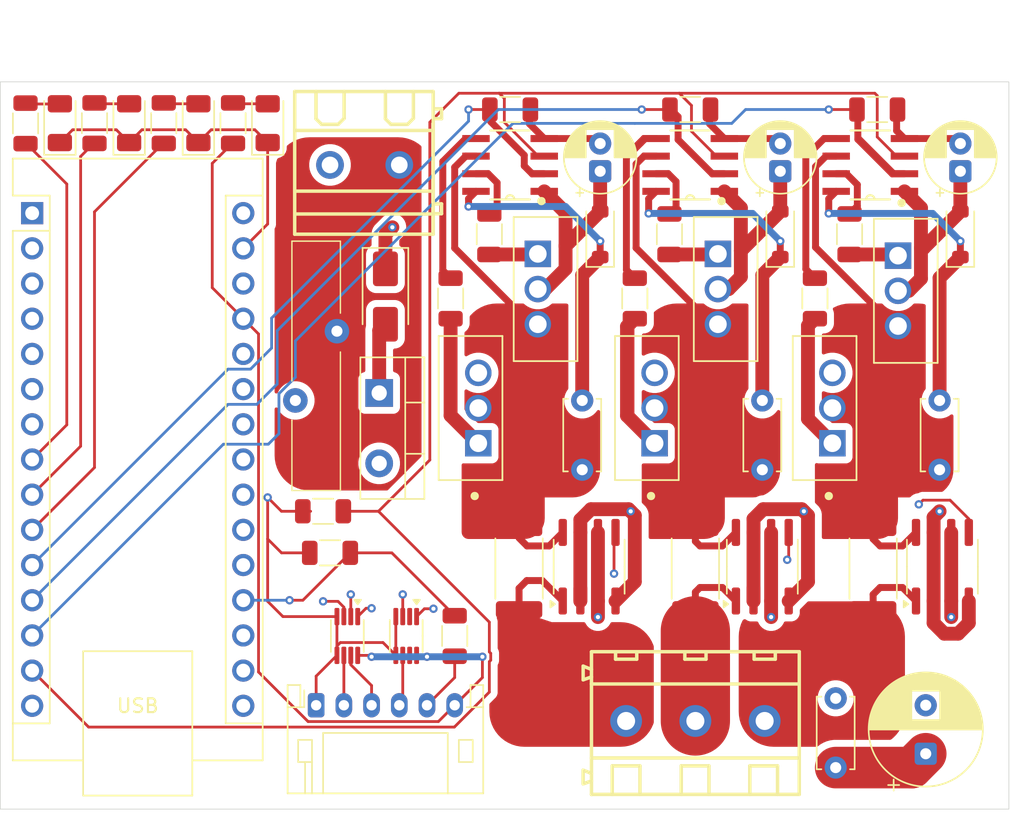
<source format=kicad_pcb>
(kicad_pcb (version 20241229) (generator "pcbnew") (generator_version "9.0")
  (layers (0 "F.Cu" signal) (4 "In1.Cu" signal) (6 "In2.Cu" signal) (2 "B.Cu" signal) (13 "F.Paste" user) (15 "B.Paste" user) (5 "F.SilkS" user "F.Silkscreen") (7 "B.SilkS" user "B.Silkscreen") (1 "F.Mask" user) (3 "B.Mask" user) (25 "Edge.Cuts" user))
  (net 0 "")
  (net 1 "GND")
  (net 2 "EncLogicC")
  (net 4 "Status3")
  (net 8 "3.3VDD")
  (net 10 "Net-(A1-A0)")
  (net 11 "PhaseA")
  (net 12 "EncLogicA")
  (net 14 "Enable")
  (net 15 "PVIN")
  (net 17 "CurrentA")
  (net 20 "PhaseC")
  (net 22 "CurrentC")
  (net 23 "CurrentB")
  (net 25 "PhaseB")
  (net 26 "5VDD")
  (net 27 "Status1")
  (net 28 "Status2")
  (net 29 "EncLogicB")
  (net 30 "Net-(C1-Pad1)")
  (net 31 "PhaseASense")
  (net 32 "Net-(D7-K)")
  (net 33 "Net-(D8-K)")
  (net 34 "PhaseBSense")
  (net 35 "PhaseCSense")
  (net 36 "Net-(D9-K)")
  (net 37 "Net-(D2-A)")
  (net 38 "Net-(D3-A)")
  (net 39 "Net-(D4-A)")
  (net 40 "Net-(D5-A)")
  (net 41 "Net-(D6-A)")
  (net 42 "+12V")
  (net 43 "Net-(J2-Motor_Temperature)")
  (net 44 "EncoderA")
  (net 45 "EncoderC")
  (net 46 "EncoderB")
  (net 47 "PhaseBOut")
  (net 48 "PhaseCOut")
  (net 49 "PhaseAOut")
  (net 50 "BHighGate")
  (net 51 "Net-(U10-HO)")
  (net 52 "Net-(U10-LO)")
  (net 53 "BLowGate")
  (net 54 "CHighGate")
  (net 55 "Net-(U11-HO)")
  (net 56 "ALowGate")
  (net 57 "Net-(U9-LO)")
  (net 58 "Net-(U11-LO)")
  (net 59 "CLowGate")
  (net 60 "AHighGate")
  (net 61 "Net-(U9-HO)")
  (footprint "Capacitor_THT:CP_Radial_D5.0mm_P2.00mm" (layer "F.Cu") (at 142.5 43.955113 90)
    (property "Reference" "C7" (hide yes))
    (property "Value" "Decoupling A 1uF/25V")
  )
  (footprint "Capacitor_THT:CP_Radial_D8.0mm_P3.50mm" (layer "F.Cu") (at 140 86 90)
    (property "Reference" "C1" (hide yes))
    (property "Value" "470uF electrolytic")
  )
  (footprint "Footprints:A16-1000" (layer "F.Cu") (at 95.75 58 -90)
    (property "Reference" "F1" (hide yes))
    (property "Value" "Resettable polyfuse for overcurrent protection")
  )
  (footprint "Resistor_SMD:R_1206_3216Metric" (layer "F.Cu") (at 110 39.5 180)
    (property "Reference" "R7" (hide yes))
    (property "Value" "Pulldown 47k")
  )
  (footprint "Diode_SMD:D_SMA" (layer "F.Cu") (at 101 53 -90)
    (property "Reference" "D1" (hide yes))
    (property "Value" "SMAJ15A - TVS diode for voltage spike protection")
  )
  (footprint "LED_SMD:LED_1206_3216Metric" (layer "F.Cu") (at 92.5 40.485022 90)
    (property "Reference" "D3" (hide yes))
    (property "Value" "Power LED (red)")
  )
  (footprint "LED_SMD:LED_1206_3216Metric" (layer "F.Cu") (at 77.5 40.485022 90)
    (property "Reference" "D4" (hide yes))
    (property "Value" "Status LED 1 (green)")
  )
  (footprint "Resistor_SMD:R_2512_6332Metric" (layer "F.Cu") (at 110.6461 72.635 -90)
    (property "Reference" "R14" (hide yes))
    (property "Value" "Shunt A 6uohm")
  )
  (footprint "Capacitor_THT:CP_Radial_D5.0mm_P2.00mm" (layer "F.Cu") (at 129.5 43.955113 90)
    (property "Reference" "C6" (hide yes))
    (property "Value" "Decoupling B 1uF/25V")
  )
  (footprint "Resistor_SMD:R_1206_3216Metric" (layer "F.Cu") (at 134.5 48.5 -90)
    (property "Reference" "R12" (hide yes))
    (property "Value" "Gate CH 19.6ohm")
  )
  (footprint "Diode_SMD:D_SOD-123" (layer "F.Cu") (at 129.5 48.5 90)
    (property "Reference" "D8" (hide yes))
    (property "Value" "Bootstrap charger")
  )
  (footprint "Resistor_SMD:R_1206_3216Metric" (layer "F.Cu") (at 105.7041 53.135 -90)
    (property "Reference" "R19" (hide yes))
    (property "Value" "Gate AL 19.6ohm")
  )
  (footprint "Resistor_SMD:R_1206_3216Metric" (layer "F.Cu") (at 85 40.485022 90)
    (property "Reference" "R6" (hide yes))
    (property "Value" "100ohm")
  )
  (footprint "Capacitor_THT:CP_Radial_D5.0mm_P2.00mm" (layer "F.Cu") (at 116.5 43.955113 90)
    (property "Reference" "C8" (hide yes))
    (property "Value" "Decoupling C 1uF/25V")
  )
  (footprint "Resistor_SMD:R_1206_3216Metric" (layer "F.Cu") (at 121.5 48.5 -90)
    (property "Reference" "R9" (hide yes))
    (property "Value" "Gate BH 19.6ohm")
  )
  (footprint "Diode_SMD:D_SOD-123" (layer "F.Cu") (at 116.5 48.5 90)
    (property "Reference" "D7" (hide yes))
    (property "Value" "Bootstrap charger")
  )
  (footprint "Capacitor_THT:C_Disc_D5.0mm_W2.5mm_P5.00mm" (layer "F.Cu") (at 133.5 82 -90)
    (property "Reference" "C2" (hide yes))
    (property "Value" "0.1uF ceramic")
  )
  (footprint "Footprints:STP55NF06L" (layer "F.Cu") (at 133.2621 63.5875 90)
    (property "Reference" "U5" (hide yes))
    (property "Value" "MOSFET C low")
  )
  (footprint "Resistor_SMD:R_2512_6332Metric" (layer "F.Cu") (at 123.372 72.635 -90)
    (property "Reference" "R15" (hide yes))
    (property "Value" "Shunt B 6uohm")
  )
  (footprint "Resistor_SMD:R_1206_3216Metric" (layer "F.Cu") (at 119 53.135 -90)
    (property "Reference" "R10" (hide yes))
    (property "Value" "Gate BL 19.6ohm")
  )
  (footprint "Diode_SMD:D_SOD-123" (layer "F.Cu") (at 142.5 48.5 90)
    (property "Reference" "D9" (hide yes))
    (property "Value" "Bootstrap charger")
  )
  (footprint "Resistor_SMD:R_2512_6332Metric" (layer "F.Cu") (at 136.2041 72.635 -90)
    (property "Reference" "R16" (hide yes))
    (property "Value" "Shunt C 6uohm")
  )
  (footprint "Footprints:STP55NF06L" (layer "F.Cu") (at 125 49.92 -90)
    (property "Reference" "U7" (hide yes))
    (property "Value" "MOSFET B high")
  )
  (footprint "Resistor_SMD:R_1206_3216Metric" (layer "F.Cu") (at 123 39.5 180)
    (property "Reference" "R8" (hide yes))
    (property "Value" "Pulldown 47k")
  )
  (footprint "Resistor_SMD:R_1206_3216Metric" (layer "F.Cu") (at 75.020882 40.5 90)
    (property "Reference" "R4" (hide yes))
    (property "Value" "100ohm")
  )
  (footprint "Resistor_SMD:R_1206_3216Metric" (layer "F.Cu") (at 108.5 48.5 -90)
    (property "Reference" "R22" (hide yes))
    (property "Value" "Gate AH 19.6ohm")
  )
  (footprint "Resistor_SMD:R_1206_3216Metric" (layer "F.Cu") (at 97 71.5)
    (property "Reference" "R2" (hide yes))
    (property "Value" "2k")
  )
  (footprint "LED_SMD:LED_1206_3216Metric" (layer "F.Cu") (at 82.5 40.485022 90)
    (property "Reference" "D5" (hide yes))
    (property "Value" "Status LED 2 (green)")
  )
  (footprint "Footprints:IR2104SPBF" (layer "F.Cu") (at 123 43.5 180)
    (property "Reference" "U10" (hide yes))
    (property "Value" "IR2104 Gate Driver B")
  )
  (footprint "Resistor_SMD:R_1206_3216Metric" (layer "F.Cu") (at 90 40.485022 90)
    (property "Reference" "R3" (hide yes))
    (property "Value" "620ohm")
  )
  (footprint "Resistor_SMD:R_1206_3216Metric" (layer "F.Cu") (at 106 77.5 90)
    (property "Reference" "R1" (hide yes))
    (property "Value" "3.3k")
  )
  (footprint "Resistor_SMD:R_1206_3216Metric" (layer "F.Cu") (at 136.5 39.5 180)
    (property "Reference" "R11" (hide yes))
    (property "Value" "Pulldown 47k")
  )
  (footprint "Footprints:STP55NF06L" (layer "F.Cu") (at 120.43 63.5875 90)
    (property "Reference" "U4" (hide yes))
    (property "Value" "MOSFET B low")
  )
  (footprint "Capacitor_THT:C_Disc_D5.0mm_W2.5mm_P5.00mm" (layer "F.Cu") (at 128.2041 60.5 -90)
    (property "Reference" "C4" (hide yes))
    (property "Value" "Bootstrap B 0.1uF/25v")
  )
  (footprint "Resistor_SMD:R_1206_3216Metric" (layer "F.Cu") (at 96.5 68.5)
    (property "Reference" "R13" (hide yes))
    (property "Value" "Pulldown 47k")
  )
  (footprint "LED_SMD:LED_1206_3216Metric" (layer "F.Cu") (at 87.5 40.485022 90)
    (property "Reference" "D6" (hide yes))
    (property "Value" "Status LED 3 (green)")
  )
  (footprint "Connector_JST:JST_PH_S6B-PH-K_1x06_P2.00mm_Horizontal" (layer "F.Cu") (at 96 82.5)
    (property "Reference" "J2" (hide yes))
    (property "Value" "JST-PH encoder connection")
  )
  (footprint "Footprints:WJ128V-5.0-3P" (layer "F.Cu") (at 123.372 83.635)
    (property "Reference" "P1" (hide yes))
    (property "Value" "WJ128V-5.0-3P")
  )
  (footprint "Footprints:IR2104SPBF" (layer "F.Cu") (at 110 43.5 180)
    (property "Reference" "U9" (hide yes))
    (property "Value" "IR2104 Gate Driver A")
  )
  (footprint "Package_SO:VSSOP-8_2.3x2mm_P0.5mm" (layer "F.Cu") (at 98.25 77.5 -90)
    (property "Reference" "U2" (hide yes))
    (property "Value" "74LVC2T45DC")
  )
  (footprint "Footprints:STP55NF06L" (layer "F.Cu") (at 112 49.92 -90)
    (property "Reference" "U6" (hide yes))
    (property "Value" "MOSFET A high")
  )
  (footprint "Package_SO:SOIC-8_3.9x4.9mm_P1.27mm" (layer "F.Cu") (at 128.2041 72.5 90)
    (property "Reference" "U13" (hide yes))
    (property "Value" "Amplifier B")
  )
  (footprint "Resistor_SMD:R_1206_3216Metric" (layer "F.Cu") (at 80 40.485022 90)
    (property "Reference" "R5" (hide yes))
    (property "Value" "100ohm")
  )
  (footprint "Package_SO:SOIC-8_3.9x4.9mm_P1.27mm" (layer "F.Cu") (at 115.7041 72.5 90)
    (property "Reference" "U12" (hide yes))
    (property "Value" "Amplifier A")
  )
  (footprint "Footprints:WJ128V-5.0-2P" (layer "F.Cu") (at 99.5 43.5 180)
    (property "Reference" "P2" (hide yes))
    (property "Value" "Power input")
  )
  (footprint "Capacitor_THT:C_Disc_D5.0mm_W2.5mm_P5.00mm" (layer "F.Cu") (at 141 60.5 -90)
    (property "Reference" "C5" (hide yes))
    (property "Value" "Bootstrap C 0.1uF/25v")
  )
  (footprint "Package_TO_SOT_THT:TO-220-2_Vertical" (layer "F.Cu") (at 100.55 59.96 -90)
    (property "Reference" "D2" (hide yes))
    (property "Value" "MBR1045G")
  )
  (footprint "Package_SO:SOIC-8_3.9x4.9mm_P1.27mm" (layer "F.Cu") (at 141.2041 72.5 90)
    (property "Reference" "U14" (hide yes))
    (property "Value" "Amplifier C")
  )
  (footprint "Footprints:STP55NF06L" (layer "F.Cu") (at 138 50.0475 -90)
    (property "Reference" "U8" (hide yes))
    (property "Value" "MOSFET C high")
  )
  (footprint "Footprints:IR2104SPBF" (layer "F.Cu") (at 136 43.5 180)
    (property "Reference" "U11" (hide yes))
    (property "Value" "IR2104 Gate Driver C")
  )
  (footprint "Resistor_SMD:R_1206_3216Metric" (layer "F.Cu") (at 132 53.135 -90)
    (property "Reference" "R20" (hide yes))
    (property "Value" "Gate CL 19.6ohm")
  )
  (footprint "Module:Arduino_Nano" (layer "F.Cu") (at 75.5 46.98)
    (property "Reference" "A1" (hide yes))
    (property "Value" "Arduino Nano RP2040 Connect")
  )
  (footprint "Capacitor_THT:C_Disc_D5.0mm_W2.5mm_P5.00mm" (layer "F.Cu") (at 115.2041 60.5 -90)
    (property "Reference" "C3" (hide yes))
    (property "Value" "Bootstrap A 0.1uF/25v")
  )
  (footprint "Package_SO:VSSOP-8_2.3x2mm_P0.5mm" (layer "F.Cu") (at 102.5 77.5 -90)
    (property "Reference" "U1" (hide yes))
    (property "Value" "74LVC2T45DC")
  )
  (footprint "Footprints:STP55NF06L" (layer "F.Cu") (at 107.7041 63.5875 90)
    (property "Reference" "U3" (hide yes))
    (property "Value" "MOSFET A low")
  )
  (gr_rect (start 73.2041 37.5) (end 146 90) (stroke (width 0.05)) (fill no) (layer "Edge.Cuts"))
  (segment (start 82.5 41.885022) (end 81.574 40.959022) (width 0.2) (layer "F.Cu") (net 1))
  (segment (start 86.574 40.959022) (end 83.426 40.959022) (width 0.2) (layer "F.Cu") (net 1))
  (segment (start 87.5 41.885022) (end 86.574 40.959022) (width 0.2) (layer "F.Cu") (net 1))
  (segment (start 92.5 47.76) (end 90.74 49.52) (width 0.2) (layer "F.Cu") (net 1))
  (segment (start 97.5 78.223152) (end 97.5 78.9) (width 0.2) (layer "F.Cu") (net 1))
  (segment (start 115.0691 74.975) (end 115.0691 70.025) (width 1) (layer "F.Cu") (net 1))
  (segment (start 92.5 70.5) (end 92.5 75) (width 0.2) (layer "F.Cu") (net 1))
  (segment (start 88.426 40.959022) (end 87.5 41.885022) (width 0.2) (layer "F.Cu") (net 1))
  (segment (start 141.34163 77.336) (end 140.5691 76.56347) (width 1) (layer "F.Cu") (net 1))
  (segment (start 140.5691 68.9309) (end 141 68.5) (width 1) (layer "F.Cu") (net 1))
  (segment (start 137.9 38.96) (end 137.9 41.0312) (width 0.2) (layer "F.Cu") (net 1))
  (segment (start 78.426 40.959022) (end 77.5 41.885022) (width 0.2) (layer "F.Cu") (net 1))
  (segment (start 131.5 68.7959) (end 131.203393 68.499293) (width 1) (layer "F.Cu") (net 1))
  (segment (start 116.139887 41.595) (end 116.5 41.955113) (width 0.5) (layer "F.Cu") (net 1))
  (segment (start 129.139887 41.595) (end 129.5 41.955113) (width 0.5) (layer "F.Cu") (net 1))
  (segment (start 100.824 77.974) (end 97.749152 77.974) (width 0.2) (layer "F.Cu") (net 1))
  (segment (start 142.139887 41.595) (end 142.5 41.955113) (width 0.5) (layer "F.Cu") (net 1))
  (segment (start 127.5691 70.025) (end 127.5691 74.975) (width 1) (layer "F.Cu") (net 1))
  (segment (start 92.5 75) (end 93.6 76.1) (width 0.2) (layer "F.Cu") (net 1))
  (segment (start 111.4 39.5) (end 111.4 40.5312) (width 0.5) (layer "F.Cu") (net 1))
  (segment (start 92.5 41.885022) (end 92.5 47.76) (width 0.2) (layer "F.Cu") (net 1))
  (segment (start 93.5 68.5) (end 92.5 67.5) (width 0.2) (layer "F.Cu") (net 1))
  (segment (start 95.1 71.5) (end 93.5 71.5) (width 0.2) (layer "F.Cu") (net 1))
  (segment (start 137.9 39.5) (end 137.9 41.0312) (width 0.5) (layer "F.Cu") (net 1))
  (segment (start 140.5691 74.975) (end 140.5691 70.025) (width 1) (layer "F.Cu") (net 1))
  (segment (start 101.75 78.9) (end 101.75 76.1) (width 0.2) (layer "F.Cu") (net 1))
  (segment (start 92.5 67.5) (end 92.5 70.5) (width 0.2) (layer "F.Cu") (net 1))
  (segment (start 125.4638 41.595) (end 129.139887 41.595) (width 0.5) (layer "F.Cu") (net 1))
  (segment (start 128.270101 68.349) (end 127.5691 69.050001) (width 1) (layer "F.Cu") (net 1))
  (segment (start 101 51) (end 101 48.5) (width 1) (layer "F.Cu") (net 1))
  (segment (start 127.5691 69.050001) (end 127.5691 70.025) (width 1) (layer "F.Cu") (net 1))
  (segment (start 115.0691 70.025) (end 115.0691 69.112348) (width 1) (layer "F.Cu") (net 1))
  (segment (start 143.1091 74.975) (end 143.1091 76.56347) (width 1) (layer "F.Cu") (net 1))
  (segment (start 129.639887 41.595) (end 130 41.955113) (width 0.2) (layer "F.Cu") (net 1))
  (segment (start 96 82.5) (end 96 80.4) (width 0.2) (layer "F.Cu") (net 1))
  (segment (start 140.5691 70.025) (end 140.5691 68.9309) (width 1) (layer "F.Cu") (net 1))
  (segment (start 115.832448 68.349) (end 118.5531 68.349) (width 1) (layer "F.Cu") (net 1))
  (segment (start 115.0691 69.112348) (end 115.832448 68.349) (width 1) (layer "F.Cu") (net 1))
  (segment (start 127.5691 70.025) (end 127.5691 69.678032) (width 0.2) (layer "F.Cu") (net 1))
  (segment (start 127.5691 70.371968) (end 127.5691 70.025) (width 0.2) (layer "F.Cu") (net 1))
  (segment (start 127.5691 74.975) (end 127.5691 74.062348) (width 1) (layer "F.Cu") (net 1))
  (segment (start 96 80.4) (end 97.5 78.9) (width 0.2) (layer "F.Cu") (net 1))
  (segment (start 119 68.7959) (end 118.7041 68.5) (width 1) (layer "F.Cu") (net 1))
  (segment (start 124.4 40.5312) (end 125.4638 41.595) (width 0.5) (layer "F.Cu") (net 1))
  (segment (start 138.4638 41.595) (end 142.139887 41.595) (width 0.5) (layer "F.Cu") (net 1))
  (segment (start 137.9 41.0312) (end 138.4638 41.595) (width 0.5) (layer "F.Cu") (net 1))
  (segment (start 115.0691 74.975) (end 115.0691 74.062348) (width 1) (layer "F.Cu") (net 1))
  (segment (start 119 73.5841) (end 119 68.7959) (width 1) (layer "F.Cu") (net 1))
  (segment (start 97.749152 77.974) (end 97.5 78.223152) (width 0.2) (layer "F.Cu") (net 1))
  (segment (start 140.5691 76.56347) (end 140.5691 74.975) (width 1) (layer "F.Cu") (net 1))
  (segment (start 93.5 71.5) (end 92.5 70.5) (width 0.2) (layer "F.Cu") (net 1))
  (segment (start 101 48.5) (end 101.5 48) (width 1) (layer "F.Cu") (net 1))
  (segment (start 143.1091 76.56347) (end 142.33657 77.336) (width 1) (layer "F.Cu") (net 1))
  (segment (start 92.5 41.885022) (end 91.574 40.959022) (width 0.2) (layer "F.Cu") (net 1))
  (segment (start 97.5 76.5) (end 97.5 79.3) (width 0.2) (layer "F.Cu") (net 1))
  (segment (start 131.0531 68.349) (end 128.270101 68.349) (width 1) (layer "F.Cu") (net 1))
  (segment (start 93.6 76.1) (end 97.5 76.1) (width 0.2) (layer "F.Cu") (net 1))
  (segment (start 140.5691 70.025) (end 140.5691 70.865) (width 0.2) (layer "F.Cu") (net 1))
  (segment (start 81.574 40.959022) (end 78.426 40.959022) (width 0.2) (layer "F.Cu") (net 1))
  (segment (start 95.6 68.5) (end 93.5 68.5) (width 0.2) (layer "F.Cu") (net 1))
  (segment (start 117.6091 74.975) (end 119 73.5841) (width 1) (layer "F.Cu") (net 1))
  (segment (start 118.5531 68.349) (end 118.7041 68.5) (width 1) (layer "F.Cu") (net 1))
  (segment (start 131.203393 68.499293) (end 131.0531 68.349) (width 1) (layer "F.Cu") (net 1))
  (segment (start 101.75 78.9) (end 100.824 77.974) (width 0.2) (layer "F.Cu") (net 1))
  (segment (start 112.4638 41.595) (end 116.139887 41.595) (width 0.5) (layer "F.Cu") (net 1))
  (segment (start 140.5691 70.025) (end 140.5691 69.678032) (width 0.2) (layer "F.Cu") (net 1))
  (segment (start 124.4 39.5) (end 124.4 40.5312) (width 0.5) (layer "F.Cu") (net 1))
  (segment (start 115.0691 69.678032) (end 115.0691 70.025) (width 0.2) (layer "F.Cu") (net 1))
  (segment (start 111.4 40.5312) (end 112.4638 41.595) (width 0.5) (layer "F.Cu") (net 1))
  (segment (start 83.426 40.959022) (end 82.5 41.885022) (width 0.2) (layer "F.Cu") (net 1))
  (segment (start 131.5 73.5841) (end 131.5 68.7959) (width 1) (layer "F.Cu") (net 1))
  (segment (start 131.5 73.5841) (end 130.1091 74.975) (width 1) (layer "F.Cu") (net 1))
  (segment (start 117.6091 74.628032) (end 117.6091 74.975) (width 0.2) (layer "F.Cu") (net 1))
  (segment (start 142.33657 77.336) (end 141.34163 77.336) (width 1) (layer "F.Cu") (net 1))
  (segment (start 91.574 40.959022) (end 88.426 40.959022) (width 0.2) (layer "F.Cu") (net 1))
  (via (at 101.5 48) (size 0.6) (drill 0.3) (layers "F.Cu" "B.Cu") (net 1))
  (via (at 92.5 67.5) (size 0.6) (drill 0.3) (layers "F.Cu" "B.Cu") (net 1))
  (via (at 141 68.5) (size 0.6) (drill 0.3) (layers "F.Cu" "B.Cu") (net 1))
  (via (at 118.7041 68.5) (size 0.6) (drill 0.3) (layers "F.Cu" "B.Cu") (net 1))
  (via (at 131.203393 68.499293) (size 0.6) (drill 0.3) (layers "F.Cu" "B.Cu") (net 1))
  (segment (start 98 75.423152) (end 97.576848 75) (width 0.2) (layer "F.Cu") (net 2))
  (segment (start 98 76.1) (end 98 75.423152) (width 0.2) (layer "F.Cu") (net 2))
  (segment (start 97.576848 75) (end 96.5 75) (width 0.2) (layer "F.Cu") (net 2))
  (via (at 96.5 75) (size 0.6) (drill 0.3) (layers "F.Cu" "B.Cu") (net 2))
  (segment (start 85 41.885022) (end 85 41.985022) (width 0.2) (layer "F.Cu") (net 4))
  (segment (start 80 65.34) (end 75.5 69.84) (width 0.2) (layer "F.Cu") (net 4))
  (segment (start 80 46.885022) (end 80 65.34) (width 0.2) (layer "F.Cu") (net 4))
  (segment (start 85 41.885022) (end 80 46.885022) (width 0.2) (layer "F.Cu") (net 4))
  (segment (start 116.3391 74.975) (end 116.3391 70.025) (width 1) (layer "F.Cu") (net 8))
  (segment (start 103.81645 75.53355) (end 104.46645 75.53355) (width 0.2) (layer "F.Cu") (net 8))
  (segment (start 141.8391 76.135) (end 141.8391 74.975) (width 1) (layer "F.Cu") (net 8))
  (segment (start 99 76.1) (end 99.6 75.5) (width 0.2) (layer "F.Cu") (net 8))
  (segment (start 128.8391 74.975) (end 128.8391 70.025) (width 1) (layer "F.Cu") (net 8))
  (segment (start 128.8391 76.135) (end 128.8391 74.975) (width 1) (layer "F.Cu") (net 8))
  (segment (start 103.25 76.1) (end 103.81645 75.53355) (width 0.2) (layer "F.Cu") (net 8))
  (segment (start 116.3391 76.135) (end 116.3391 74.975) (width 1) (layer "F.Cu") (net 8))
  (segment (start 141.8391 74.975) (end 141.8391 70.025) (width 1) (layer "F.Cu") (net 8))
  (segment (start 99.6 75.5) (end 100 75.5) (width 0.2) (layer "F.Cu") (net 8))
  (via (at 141.8391 76.135) (size 0.6) (drill 0.3) (layers "F.Cu" "B.Cu") (net 8))
  (via (at 128.8391 76.135) (size 0.6) (drill 0.3) (layers "F.Cu" "B.Cu") (net 8))
  (via (at 100 75.5) (size 0.6) (drill 0.3) (layers "F.Cu" "B.Cu") (net 8))
  (via (at 104.46645 75.53355) (size 0.6) (drill 0.3) (layers "F.Cu" "B.Cu") (net 8))
  (via (at 116.3391 76.135) (size 0.6) (drill 0.3) (layers "F.Cu" "B.Cu") (net 8))
  (segment (start 106 76.0375) (end 101.4625 71.5) (width 0.2) (layer "F.Cu") (net 10))
  (segment (start 101.4625 71.5) (end 98.4625 71.5) (width 0.2) (layer "F.Cu") (net 10))
  (segment (start 95.0425 74.92) (end 94.08 74.92) (width 0.2) (layer "F.Cu") (net 10))
  (segment (start 98.4625 71.5) (end 95.0425 74.92) (width 0.2) (layer "F.Cu") (net 10))
  (via (at 94.08 74.92) (size 0.6) (drill 0.3) (layers "F.Cu" "B.Cu") (net 10))
  (segment (start 94.08 74.92) (end 90.74 74.92) (width 0.2) (layer "B.Cu") (net 10))
  (segment (start 111.0222 42.7972) (end 111.0222 43.57) (width 0.5) (layer "F.Cu") (net 11))
  (segment (start 111.5872 44.135) (end 112.4638 44.135) (width 0.5) (layer "F.Cu") (net 11))
  (segment (start 108.6 39.5) (end 108.6 40.375) (width 0.5) (layer "F.Cu") (net 11))
  (segment (start 108.6 39.5) (end 107 39.5) (width 0.2) (layer "F.Cu") (net 11))
  (segment (start 108.6 40.375) (end 111.0222 42.7972) (width 0.5) (layer "F.Cu") (net 11))
  (segment (start 111.0222 43.57) (end 111.5872 44.135) (width 0.5) (layer "F.Cu") (net 11))
  (via (at 107 39.5) (size 0.6) (drill 0.3) (layers "F.Cu" "B.Cu") (net 11))
  (segment (start 107 40.339892) (end 107 39.5) (width 0.2) (layer "B.Cu") (net 11))
  (segment (start 91.259 58.241) (end 92.785 56.715) (width 0.2) (layer "B.Cu") (net 11))
  (segment (start 75.5 72.38) (end 89.639 58.241) (width 0.2) (layer "B.Cu") (net 11))
  (segment (start 92.785 54.554892) (end 107 40.339892) (width 0.2) (layer "B.Cu") (net 11))
  (segment (start 92.785 56.715) (end 92.785 54.554892) (width 0.2) (layer "B.Cu") (net 11))
  (segment (start 89.639 58.241) (end 91.259 58.241) (width 0.2) (layer "B.Cu") (net 11))
  (segment (start 102.25 74.5) (end 102.25 76.1) (width 0.2) (layer "F.Cu") (net 12))
  (via (at 102.25 74.5) (size 0.6) (drill 0.3) (layers "F.Cu" "B.Cu") (net 12))
  (segment (start 124.8872 42.865) (end 123.09026 41.06806) (width 0.2) (layer "F.Cu") (net 14))
  (segment (start 137.8872 42.865) (end 138.4638 42.865) (width 0.2) (layer "F.Cu") (net 14))
  (segment (start 136.324 38.324) (end 136.5 38.5) (width 0.2) (layer "F.Cu") (net 14))
  (segment (start 123.09026 39.2041) (end 123.09026 41.06806) (width 0.2) (layer "F.Cu") (net 14))
  (segment (start 108.5 76.5) (end 108.5 78.650057) (width 0.2) (layer "F.Cu") (net 14))
  (segment (start 104.2041 40.4196) (end 106.2997 38.324) (width 0.2) (layer "F.Cu") (net 14))
  (segment (start 112.03084 42.865) (end 109.58292 40.41708) (width 0.2) (layer "F.Cu") (net 14))
  (segment (start 122.21016 38.324) (end 136.324 38.324) (width 0.2) (layer "F.Cu") (net 14))
  (segment (start 137.7272 42.865) (end 138.4638 42.865) (width 0.2) (layer "F.Cu") (net 14))
  (segment (start 136.5 41.4778) (end 137.8872 42.865) (width 0.2) (layer "F.Cu") (net 14))
  (segment (start 125.4638 42.865) (end 124.8872 42.865) (width 0.2) (layer "F.Cu") (net 14))
  (segment (start 109.58292 38.69676) (end 109.58292 40.41708) (width 0.2) (layer "F.Cu") (net 14))
  (segment (start 108.5 79.349943) (end 108.5 81.549206) (width 0.2) (layer "F.Cu") (net 14))
  (segment (start 109.21016 38.324) (end 109.58292 38.69676) (width 0.2) (layer "F.Cu") (net 14))
  (segment (start 136.5 38.5) (end 136.5 41.4778) (width 0.2) (layer "F.Cu") (net 14))
  (segment (start 98.4 68.5) (end 100.5 68.5) (width 0.2) (layer "F.Cu") (net 14))
  (segment (start 112.4638 42.865) (end 112.03084 42.865) (width 0.2) (layer "F.Cu") (net 14))
  (segment (start 100.5 68.5) (end 108.5 76.5) (width 0.2) (layer "F.Cu") (net 14))
  (segment (start 108.5 81.549206) (end 105.972206 84.077) (width 0.2) (layer "F.Cu") (net 14))
  (segment (start 104.2041 40.4196) (end 104.2041 64.7959) (width 0.2) (layer "F.Cu") (net 14))
  (segment (start 79.577 84.077) (end 75.5 80) (width 0.2) (layer "F.Cu") (net 14))
  (segment (start 108.5 78.650057) (end 108.601 78.751057) (width 0.2) (layer "F.Cu") (net 14))
  (segment (start 106.2997 38.324) (end 109.21016 38.324) (width 0.2) (layer "F.Cu") (net 14))
  (segment (start 104.2041 64.7959) (end 100.5 68.5) (width 0.2) (layer "F.Cu") (net 14))
  (segment (start 108.601 79.248943) (end 108.5 79.349943) (width 0.2) (layer "F.Cu") (net 14))
  (segment (start 108.601 78.751057) (end 108.601 79.248943) (width 0.2) (layer "F.Cu") (net 14))
  (segment (start 122.21016 38.324) (end 123.09026 39.2041) (width 0.2) (layer "F.Cu") (net 14))
  (segment (start 105.972206 84.077) (end 79.577 84.077) (width 0.2) (layer "F.Cu") (net 14))
  (segment (start 111.7272 42.865) (end 112.4638 42.865) (width 0.2) (layer "F.Cu") (net 14))
  (segment (start 109.21016 38.324) (end 122.21016 38.324) (width 0.2) (layer "F.Cu") (net 14))
  (segment (start 114.003101 49.346899) (end 114.003101 50.996899) (width 1) (layer "F.Cu") (net 15))
  (segment (start 112.54 52.46) (end 112 52.46) (width 1) (layer "F.Cu") (net 15))
  (segment (start 126.656 51.576) (end 125.772 52.46) (width 1) (layer "F.Cu") (net 15))
  (segment (start 138.772 52.5875) (end 138 52.5875) (width 1) (layer "F.Cu") (net 15))
  (segment (start 129.5 46.85) (end 126.656 49.694) (width 1) (layer "F.Cu") (net 15))
  (segment (start 100.55 59.96) (end 100.55 55.45) (width 1) (layer "F.Cu") (net 15))
  (segment (start 139.85 49.5) (end 142.5 46.85) (width 1) (layer "F.Cu") (net 15))
  (segment (start 139.656 49.5) (end 139.85 49.5) (width 1) (layer "F.Cu") (net 15))
  (segment (start 112.4638 45.405) (end 114.003101 46.944301) (width 1) (layer "F.Cu") (net 15))
  (segment (start 116.5 46.85) (end 114.003101 49.346899) (width 1) (layer "F.Cu") (net 15))
  (segment (start 129.5 46.85) (end 129.5 43.955113) (width 1) (layer "F.Cu") (net 15))
  (segment (start 139.656 49.5) (end 139.656 51.7035) (width 1) (layer "F.Cu") (net 15))
  (segment (start 114.003101 50.996899) (end 112.54 52.46) (width 1) (layer "F.Cu") (net 15))
  (segment (start 139.656 51.7035) (end 138.772 52.5875) (width 1) (layer "F.Cu") (net 15))
  (segment (start 116.5 46.85) (end 116.5 43.955113) (width 1) (layer "F.Cu") (net 15))
  (segment (start 126.656 49.694) (end 126.656 51.576) (width 1) (layer "F.Cu") (net 15))
  (segment (start 142.5 43.955113) (end 142.5 46.85) (width 1) (layer "F.Cu") (net 15))
  (segment (start 142.5 46.85) (end 142.495113 46.85) (width 0.2) (layer "F.Cu") (net 15))
  (segment (start 138.4638 45.405) (end 139.656 46.5972) (width 1) (layer "F.Cu") (net 15))
  (segment (start 125.772 52.46) (end 125 52.46) (width 1) (layer "F.Cu") (net 15))
  (segment (start 100.55 55.45) (end 101 55) (width 1) (layer "F.Cu") (net 15))
  (segment (start 125.4638 45.405) (end 126.656 46.5972) (width 1) (layer "F.Cu") (net 15))
  (segment (start 126.656 46.5972) (end 126.656 49.694) (width 1) (layer "F.Cu") (net 15))
  (segment (start 139.656 46.5972) (end 139.656 49.5) (width 1) (layer "F.Cu") (net 15))
  (segment (start 101 59.01) (end 100.55 59.46) (width 0.2) (layer "F.Cu") (net 15))
  (segment (start 114.003101 46.944301) (end 114.003101 49.346899) (width 1) (layer "F.Cu") (net 15))
  (segment (start 117.5 70.1341) (end 117.6091 70.025) (width 0.2) (layer "F.Cu") (net 17))
  (segment (start 117.5 73) (end 117.5 70.1341) (width 0.2) (layer "F.Cu") (net 17))
  (via (at 117.5 73) (size 0.6) (drill 0.3) (layers "F.Cu" "B.Cu") (net 17))
  (segment (start 135.1 41.3478) (end 137.8872 44.135) (width 0.2) (layer "F.Cu") (net 20))
  (segment (start 135.1 41.6478) (end 137.5872 44.135) (width 0.5) (layer "F.Cu") (net 20))
  (segment (start 135.0375 39.5) (end 133 39.5) (width 0.2) (layer "F.Cu") (net 20))
  (segment (start 137.5872 44.135) (end 138.4638 44.135) (width 0.5) (layer "F.Cu") (net 20))
  (segment (start 135.1 39.5) (end 135.1 41.6478) (width 0.5) (layer "F.Cu") (net 20))
  (segment (start 135.1 38.96) (end 135.1 41.3478) (width 0.2) (layer "F.Cu") (net 20))
  (segment (start 137.8872 44.135) (end 138.4638 44.135) (width 0.2) (layer "F.Cu") (net 20))
  (via (at 133 39.5) (size 0.6) (drill 0.3) (layers "F.Cu" "B.Cu") (net 20))
  (segment (start 127 39.5) (end 133 39.5) (width 0.2) (layer "B.Cu") (net 20))
  (segment (start 94.5 58.822742) (end 94.5 56.2041) (width 0.2) (layer "B.Cu") (net 20))
  (segment (start 89.301 63.659) (end 92.545 63.659) (width 0.2) (layer "B.Cu") (net 20))
  (segment (start 93.314 62.89) (end 93.314 60.008742) (width 0.2) (layer "B.Cu") (net 20))
  (segment (start 110.2041 40.5) (end 119 40.5) (width 0.2) (layer "B.Cu") (net 20))
  (segment (start 105.2041 45.5) (end 110.2041 40.5) (width 0.2) (layer "B.Cu") (net 20))
  (segment (start 92.545 63.659) (end 93.314 62.89) (width 0.2) (layer "B.Cu") (net 20))
  (segment (start 126 40.5) (end 127 39.5) (width 0.2) (layer "B.Cu") (net 20))
  (segment (start 119 40.5) (end 126 40.5) (width 0.2) (layer "B.Cu") (net 20))
  (segment (start 93.314 60.008742) (end 94.5 58.822742) (width 0.2) (layer "B.Cu") (net 20))
  (segment (start 75.5 77.46) (end 89.301 63.659) (width 0.2) (layer "B.Cu") (net 20))
  (segment (start 94.5 56.2041) (end 105.2041 45.5) (width 0.2) (layer "B.Cu") (net 20))
  (segment (start 143.1091 69.050001) (end 141.758099 67.699) (width 0.2) (layer "F.Cu") (net 22))
  (segment (start 141.758099 67.699) (end 139.801 67.699) (width 0.2) (layer "F.Cu") (net 22))
  (segment (start 143.1091 70.025) (end 143.1091 69.050001) (width 0.2) (layer "F.Cu") (net 22))
  (segment (start 139.801 67.699) (end 139.5 68) (width 0.2) (layer "F.Cu") (net 22))
  (via (at 139.5 68) (size 0.6) (drill 0.3) (layers "F.Cu" "B.Cu") (net 22))
  (segment (start 130.1091 71.8909) (end 130.1091 70.025) (width 0.2) (layer "F.Cu") (net 23))
  (segment (start 130 72) (end 130.1091 71.8909) (width 0.2) (layer "F.Cu") (net 23))
  (via (at 130 72) (size 0.6) (drill 0.3) (layers "F.Cu" "B.Cu") (net 23))
  (segment (start 124.5872 44.135) (end 125.4638 44.135) (width 0.5) (layer "F.Cu") (net 25))
  (segment (start 121.5375 39.5) (end 119.5 39.5) (width 0.2) (layer "F.Cu") (net 25))
  (segment (start 122.1261 41.6739) (end 124.5872 44.135) (width 0.5) (layer "F.Cu") (net 25))
  (segment (start 121.6 39.5) (end 122.1261 40.0261) (width 0.5) (layer "F.Cu") (net 25))
  (segment (start 122.1261 40.0261) (end 122.1261 41.6739) (width 0.5) (layer "F.Cu") (net 25))
  (via (at 119.5 39.5) (size 0.6) (drill 0.3) (layers "F.Cu" "B.Cu") (net 25))
  (segment (start 89.639 60.781) (end 91.719 60.781) (width 0.2) (layer "B.Cu") (net 25))
  (segment (start 91.719 60.781) (end 93.186 59.314) (width 0.2) (layer "B.Cu") (net 25))
  (segment (start 109.150057 39.5) (end 119.5 39.5) (width 0.2) (layer "B.Cu") (net 25))
  (segment (start 93.186 55.464057) (end 109.150057 39.5) (width 0.2) (layer "B.Cu") (net 25))
  (segment (start 75.5 74.92) (end 89.639 60.781) (width 0.2) (layer "B.Cu") (net 25))
  (segment (start 93.186 59.314) (end 93.186 55.464057) (width 0.2) (layer "B.Cu") (net 25))
  (segment (start 88.5 52.36) (end 90.74 54.6) (width 0.2) (layer "F.Cu") (net 26))
  (segment (start 106 82.5) (end 104.824 83.676) (width 0.2) (layer "F.Cu") (net 26))
  (segment (start 88.5 43.385022) (end 88.5 52.36) (width 0.2) (layer "F.Cu") (net 26))
  (segment (start 108 80.5) (end 108 79) (width 0.2) (layer "F.Cu") (net 26))
  (segment (start 99.9 78.9) (end 100 79) (width 0.2) (layer "F.Cu") (net 26))
  (segment (start 95.41484 83.676) (end 91.841 80.10216) (width 0.2) (layer "F.Cu") (net 26))
  (segment (start 99 78.9) (end 99.9 78.9) (width 0.2) (layer "F.Cu") (net 26))
  (segment (start 91.841 55.701) (end 90.74 54.6) (width 0.2) (layer "F.Cu") (net 26))
  (segment (start 91.841 80.10216) (end 91.841 55.701) (width 0.2) (layer "F.Cu") (net 26))
  (segment (start 103.9 78.9) (end 104 79) (width 0.2) (layer "F.Cu") (net 26))
  (segment (start 104.824 83.676) (end 95.41484 83.676) (width 0.2) (layer "F.Cu") (net 26))
  (segment (start 103.25 78.9) (end 103.9 78.9) (width 0.2) (layer "F.Cu") (net 26))
  (segment (start 90 41.885022) (end 88.5 43.385022) (width 0.2) (layer "F.Cu") (net 26))
  (segment (start 106 82.5) (end 108 80.5) (width 0.2) (layer "F.Cu") (net 26))
  (via (at 104 79) (size 0.6) (drill 0.3) (layers "F.Cu" "B.Cu") (net 26))
  (via (at 108 79) (size 0.6) (drill 0.3) (layers "F.Cu" "B.Cu") (net 26))
  (via (at 100 79) (size 0.6) (drill 0.3) (layers "F.Cu" "B.Cu") (net 26))
  (segment (start 100 79) (end 108 79) (width 0.5) (layer "B.Cu") (net 26))
  (segment (start 78 62.26) (end 78 44.879118) (width 0.2) (layer "F.Cu") (net 27))
  (segment (start 78 62.26) (end 75.5 64.76) (width 0.2) (layer "F.Cu") (net 27))
  (segment (start 78 44.879118) (end 75.020882 41.9) (width 0.2) (layer "F.Cu") (net 27))
  (segment (start 80 41.885022) (end 79 42.885022) (width 0.2) (layer "F.Cu") (net 28))
  (segment (start 79 42.885022) (end 79 63.8) (width 0.2) (layer "F.Cu") (net 28))
  (segment (start 79 63.8) (end 75.5 67.3) (width 0.2) (layer "F.Cu") (net 28))
  (segment (start 98.5 76.1) (end 98.5 74.5) (width 0.2) (layer "F.Cu") (net 29))
  (via (at 98.5 74.5) (size 0.6) (drill 0.3) (layers "F.Cu" "B.Cu") (net 29))
  (segment (start 139 87) (end 140 86) (width 3) (layer "F.Cu") (net 30))
  (segment (start 133.5 87) (end 139 87) (width 3) (layer "F.Cu") (net 30))
  (segment (start 110.6461 69.6725) (end 110.6461 70.426285) (width 0.2) (layer "F.Cu") (net 31))
  (segment (start 111.219815 71) (end 112.8241 71) (width 0.5) (layer "F.Cu") (net 31))
  (segment (start 112 55) (end 111.5 55) (width 0.5) (layer "F.Cu") (net 31))
  (segment (start 106.7996 42.865) (end 107.5362 42.865) (width 0.5) (layer "F.Cu") (net 31))
  (segment (start 106 49.5) (end 106 43.6646) (width 0.5) (layer "F.Cu") (net 31))
  (segment (start 110.6461 70.426285) (end 111.219815 71) (width 0.5) (layer "F.Cu") (net 31))
  (segment (start 112.8241 71) (end 113.7991 70.025) (width 0.5) (layer "F.Cu") (net 31))
  (segment (start 106 43.6646) (end 106.7996 42.865) (width 0.5) (layer "F.Cu") (net 31))
  (segment (start 111.5 55) (end 106 49.5) (width 0.5) (layer "F.Cu") (net 31))
  (segment (start 115.2041 51.4459) (end 116.5 50.15) (width 1) (layer "F.Cu") (net 32))
  (segment (start 107 46.5) (end 107 45.9412) (width 0.5) (layer "F.Cu") (net 32))
  (segment (start 115.2041 60.5) (end 115.2041 51.4459) (width 1) (layer "F.Cu") (net 32))
  (segment (start 116.5 50.15) (end 116.5 49) (width 0.5) (layer "F.Cu") (net 32))
  (segment (start 107 45.9412) (end 107.5362 45.405) (width 0.5) (layer "F.Cu") (net 32))
  (via (at 107 46.5) (size 0.6) (drill 0.3) (layers "F.Cu" "B.Cu") (net 32))
  (via (at 116.5 49) (size 0.6) (drill 0.3) (layers "F.Cu" "B.Cu") (net 32))
  (segment (start 114 46.5) (end 107 46.5) (width 0.5) (layer "B.Cu") (net 32))
  (segment (start 116.5 49) (end 114 46.5) (width 0.5) (layer "B.Cu") (net 32))
  (segment (start 128.2041 51.4459) (end 129.5 50.15) (width 1) (layer "F.Cu") (net 33))
  (segment (start 120 45.9412) (end 120.5362 45.405) (width 0.5) (layer "F.Cu") (net 33))
  (segment (start 129.5 50.15) (end 129.5 49) (width 0.5) (layer "F.Cu") (net 33))
  (segment (start 128.2041 60.5) (end 128.2041 51.4459) (width 1) (layer "F.Cu") (net 33))
  (segment (start 120 47) (end 120 45.9412) (width 0.5) (layer "F.Cu") (net 33))
  (via (at 129.5 49) (size 0.6) (drill 0.3) (layers "F.Cu" "B.Cu") (net 33))
  (via (at 120 47) (size 0.6) (drill 0.3) (layers "F.Cu" "B.Cu") (net 33))
  (segment (start 129.5 49) (end 127.5 47) (width 0.5) (layer "B.Cu") (net 33))
  (segment (start 127.5 47) (end 120 47) (width 0.5) (layer "B.Cu") (net 33))
  (segment (start 123.372 69.6725) (end 123.372 70.6679) (width 0.5) (layer "F.Cu") (net 34))
  (segment (start 123.7041 71) (end 125.3241 71) (width 0.5) (layer "F.Cu") (net 34))
  (segment (start 125.3241 71) (end 126.2991 70.025) (width 0.5) (layer "F.Cu") (net 34))
  (segment (start 120.5362 42.865) (end 121.2728 42.865) (width 0.2) (layer "F.Cu") (net 34))
  (segment (start 119.0946 49.492892) (end 119.0946 43.43) (width 0.5) (layer "F.Cu") (net 34))
  (segment (start 125 55) (end 124.601708 55) (width 0.5) (layer "F.Cu") (net 34))
  (segment (start 119.0946 43.43) (end 119.6596 42.865) (width 0.5) (layer "F.Cu") (net 34))
  (segment (start 119.6596 42.865) (end 120.5362 42.865) (width 0.5) (layer "F.Cu") (net 34))
  (segment (start 124.601708 55) (end 119.0946 49.492892) (width 0.5) (layer "F.Cu") (net 34))
  (segment (start 123.372 70.6679) (end 123.7041 71) (width 0.5) (layer "F.Cu") (net 34))
  (segment (start 132.0456 49.443892) (end 132.0456 43.619) (width 0.5) (layer "F.Cu") (net 35))
  (segment (start 138.3241 71) (end 139.2991 70.025) (width 0.5) (layer "F.Cu") (net 35))
  (segment (start 137.729208 55.1275) (end 132.0456 49.443892) (width 0.5) (layer "F.Cu") (net 35))
  (segment (start 136.2041 70.5) (end 136.7041 71) (width 0.5) (layer "F.Cu") (net 35))
  (segment (start 132.0456 43.619) (end 132.7996 42.865) (width 0.5) (layer "F.Cu") (net 35))
  (segment (start 136.2041 70.5) (end 136.2041 69.6725) (width 0.5) (layer "F.Cu") (net 35))
  (segment (start 132.7996 42.865) (end 133.5362 42.865) (width 0.5) (layer "F.Cu") (net 35))
  (segment (start 138 55.1275) (end 137.729208 55.1275) (width 0.5) (layer "F.Cu") (net 35))
  (segment (start 136.7041 71) (end 138.3241 71) (width 0.5) (layer "F.Cu") (net 35))
  (segment (start 142.5 50.15) (end 142.5 49) (width 0.5) (layer "F.Cu") (net 36))
  (segment (start 141 51.65) (end 142.5 50.15) (width 1) (layer "F.Cu") (net 36))
  (segment (start 133 47) (end 133 45.9412) (width 0.5) (layer "F.Cu") (net 36))
  (segment (start 141 60.5) (end 141 51.65) (width 1) (layer "F.Cu") (net 36))
  (segment (start 133 45.9412) (end 133.5362 45.405) (width 0.5) (layer "F.Cu") (net 36))
  (via (at 142.5 49) (size 0.6) (drill 0.3) (layers "F.Cu" "B.Cu") (net 36))
  (via (at 133 47) (size 0.6) (drill 0.3) (layers "F.Cu" "B.Cu") (net 36))
  (segment (start 140.5 47) (end 133 47) (width 0.5) (layer "B.Cu") (net 36))
  (segment (start 142.5 49) (end 140.5 47) (width 0.5) (layer "B.Cu") (net 36))
  (segment (start 90 39.085022) (end 92.5 39.085022) (width 0.2) (layer "F.Cu") (net 38))
  (segment (start 77.485022 39.1) (end 77.5 39.085022) (width 0.2) (layer "F.Cu") (net 39))
  (segment (start 75.020882 39.1) (end 77.485022 39.1) (width 0.2) (layer "F.Cu") (net 39))
  (segment (start 80 39.085022) (end 82.5 39.085022) (width 0.2) (layer "F.Cu") (net 40))
  (segment (start 85 39.085022) (end 87.5 39.085022) (width 0.2) (layer "F.Cu") (net 41))
  (segment (start 106 78.9) (end 106 80.5) (width 0.2) (layer "F.Cu") (net 43))
  (segment (start 106.5 78.9) (end 106 78.9) (width 0.2) (layer "F.Cu") (net 43))
  (segment (start 106 80.5) (end 104 82.5) (width 0.2) (layer "F.Cu") (net 43))
  (segment (start 102.25 82.25) (end 102.25 79.301) (width 0.2) (layer "F.Cu") (net 44))
  (segment (start 102 82.5) (end 102.25 82.25) (width 0.2) (layer "F.Cu") (net 44))
  (segment (start 98 78.9) (end 98 82.5) (width 0.2) (layer "F.Cu") (net 45))
  (segment (start 100 81.076848) (end 100 82.5) (width 0.2) (layer "F.Cu") (net 46))
  (segment (start 98.5 79.576848) (end 100 81.076848) (width 0.2) (layer "F.Cu") (net 46))
  (segment (start 98.5 78.9) (end 98.5 79.576848) (width 0.2) (layer "F.Cu") (net 46))
  (segment (start 125.3241 74) (end 126.2991 74.975) (width 0.5) (layer "F.Cu") (net 47))
  (segment (start 123.372 83.635) (end 123.372 77.128) (width 5) (layer "F.Cu") (net 47))
  (segment (start 123.372 74.3321) (end 123.7041 74) (width 0.5) (layer "F.Cu") (net 47))
  (segment (start 123.372 75.5975) (end 123.372 74.3321) (width 0.5) (layer "F.Cu") (net 47))
  (segment (start 123.7041 74) (end 125.3241 74) (width 0.5) (layer "F.Cu") (net 47))
  (segment (start 136.2041 75.5975) (end 136.2041 74.5) (width 0.5) (layer "F.Cu") (net 48))
  (segment (start 136.2041 74.5) (end 136.7041 74) (width 0.5) (layer "F.Cu") (net 48))
  (segment (start 138.3241 74) (end 139.2991 74.975) (width 0.5) (layer "F.Cu") (net 48))
  (segment (start 136.7041 74) (end 138.3241 74) (width 0.5) (layer "F.Cu") (net 48))
  (segment (start 110.6461 74.058) (end 111.2041 73.5) (width 0.5) (layer "F.Cu") (net 49))
  (segment (start 112.3241 73.5) (end 113.7991 74.975) (width 0.5) (layer "F.Cu") (net 49))
  (segment (start 118.372 83.3234) (end 118.372 83.635) (width 0.2) (layer "F.Cu") (net 49))
  (segment (start 110.6461 75.5975) (end 110.6461 74.058) (width 0.5) (layer "F.Cu") (net 49))
  (segment (start 118.135 83.635) (end 117.5 83) (width 0.2) (layer "F.Cu") (net 49))
  (segment (start 111.2041 73.5) (end 112.3241 73.5) (width 0.5) (layer "F.Cu") (net 49))
  (segment (start 124.9575 49.9625) (end 125 49.92) (width 1) (layer "F.Cu") (net 50))
  (segment (start 121.5 49.9625) (end 124.9575 49.9625) (width 1) (layer "F.Cu") (net 50))
  (segment (start 120.5362 44.135) (end 121.4128 44.135) (width 0.5) (layer "F.Cu") (net 51))
  (segment (start 121.4128 44.135) (end 121.9778 44.7) (width 0.5) (layer "F.Cu") (net 51))
  (segment (start 121.9778 46.5597) (end 121.5 47.0375) (width 0.5) (layer "F.Cu") (net 51))
  (segment (start 121.9778 44.7) (end 121.9778 46.5597) (width 0.5) (layer "F.Cu") (net 51))
  (segment (start 119.9596 41.595) (end 119.5273 42.0273) (width 0.2) (layer "F.Cu") (net 52))
  (segment (start 118.872 51.6725) (end 118.696 51.4965) (width 0.2) (layer "F.Cu") (net 52))
  (segment (start 118.5 43.0546) (end 118.5 51.5) (width 0.2) (layer "F.Cu") (net 52))
  (segment (start 120.5362 41.595) (end 119.9596 41.595) (width 0.2) (layer "F.Cu") (net 52))
  (segment (start 118.3936 51.0661) (end 118.3936 42.861) (width 0.5) (layer "F.Cu") (net 52))
  (segment (start 119.5273 42.0273) (end 118.5 43.0546) (width 0.2) (layer "F.Cu") (net 52))
  (segment (start 119.6596 41.595) (end 120.5362 41.595) (width 0.5) (layer "F.Cu") (net 52))
  (segment (start 119 51.6725) (end 118.3936 51.0661) (width 0.5) (layer "F.Cu") (net 52))
  (segment (start 118.3936 42.861) (end 119.6596 41.595) (width 0.5) (layer "F.Cu") (net 52))
  (segment (start 118.4375 61.595) (end 120.43 63.5875) (width 1) (layer "F.Cu") (net 53))
  (segment (start 119 54.5975) (end 118.4375 55.16) (width 1) (layer "F.Cu") (net 53))
  (segment (start 118.4375 55.16) (end 118.4375 61.595) (width 1) (layer "F.Cu") (net 53))
  (segment (start 118.872 62.0295) (end 120.43 63.5875) (width 0.2) (layer "F.Cu") (net 53))
  (segment (start 118.872 54.5975) (end 118.872 62.0295) (width 0.2) (layer "F.Cu") (net 53))
  (segment (start 137.915 49.9625) (end 138 50.0475) (width 1) (layer "F.Cu") (net 54))
  (segment (start 134.5 49.9625) (end 137.915 49.9625) (width 1) (layer "F.Cu") (net 54))
  (segment (start 133.5362 44.135) (end 134.2728 44.135) (width 0.5) (layer "F.Cu") (net 55))
  (segment (start 135.0625 44.9247) (end 135.0625 46.475) (width 0.5) (layer "F.Cu") (net 55))
  (segment (start 135.0625 46.475) (end 134.5 47.0375) (width 0.5) (layer "F.Cu") (net 55))
  (segment (start 134.2728 44.135) (end 135.0625 44.9247) (width 0.5) (layer "F.Cu") (net 55))
  (segment (start 105.7041 61.5875) (end 107.7041 63.5875) (width 1) (layer "F.Cu") (net 56))
  (segment (start 105.7041 54.5975) (end 105.7041 61.5875) (width 1) (layer "F.Cu") (net 56))
  (segment (start 106.7996 41.595) (end 105 43.3946) (width 0.2) (layer "F.Cu") (net 57))
  (segment (start 105.1416 51.11) (end 105.1416 43.253) (width 0.5) (layer "F.Cu") (net 57))
  (segment (start 106.7996 41.595) (end 107.5362 41.595) (width 0.5) (layer "F.Cu") (net 57))
  (segment (start 105 43.3946) (end 105 51.5) (width 0.2) (layer "F.Cu") (net 57))
  (segment (start 105.1416 43.253) (end 106.7996 41.595) (width 0.5) (layer "F.Cu") (net 57))
  (segment (start 105.7041 51.6725) (end 105.1416 51.11) (width 0.5) (layer "F.Cu") (net 57))
  (segment (start 131.392747 51.6725) (end 131.392747 43.001853) (width 0.2) (layer "F.Cu") (net 58))
  (segment (start 132 51.5) (end 131.8275 51.6725) (width 0.2) (layer "F.Cu") (net 58))
  (segment (start 131.392747 43.001853) (end 132.7996 41.595) (width 0.2) (layer "F.Cu") (net 58))
  (segment (start 131.8275 51.6725) (end 131.392747 51.6725) (width 0.2) (layer "F.Cu") (net 58))
  (segment (start 132 51.6725) (end 131.3446 51.0171) (width 0.5) (layer "F.Cu") (net 58))
  (segment (start 131.3446 51.0171) (end 131.3446 42.91) (width 0.5) (layer "F.Cu") (net 58))
  (segment (start 132.6596 41.595) (end 133.5362 41.595) (width 0.5) (layer "F.Cu") (net 58))
  (segment (start 131.3446 42.91) (end 132.6596 41.595) (width 0.5) (layer "F.Cu") (net 58))
  (segment (start 132.7996 41.595) (end 133.5362 41.595) (width 0.2) (layer "F.Cu") (net 58))
  (segment (start 131.5 55.0975) (end 131.5 61.8254) (width 1) (layer "F.Cu") (net 59))
  (segment (start 131.7041 62.0295) (end 133.2621 63.5875) (width 0.2) (layer "F.Cu") (net 59))
  (segment (start 131.5 61.8254) (end 133.2621 63.5875) (width 1) (layer "F.Cu") (net 59))
  (segment (start 132 54.5975) (end 131.5 55.0975) (width 1) (layer "F.Cu") (net 59))
  (segment (start 111.9575 49.9625) (end 112 49.92) (width 1) (layer "F.Cu") (net 60))
  (segment (start 108.5 49.9625) (end 111.9575 49.9625) (width 1) (layer "F.Cu") (net 60))
  (segment (start 109.0625 44.7847) (end 109.0625 46.475) (width 0.5) (layer "F.Cu") (net 61))
  (segment (start 109.0625 46.475) (end 108.5 47.0375) (width 0.5) (layer "F.Cu") (net 61))
  (segment (start 108.4128 44.135) (end 109.0625 44.7847) (width 0.5) (layer "F.Cu") (net 61))
  (segment (start 107.5362 44.135) (end 108.4128 44.135) (width 0.5) (layer "F.Cu") (net 61))
  (zone (net 42) (net_name "+12V") (layer "F.Cu") (priority 5) (connect_pads yes (clearance 0.5)) (min_thickness 0.25) (fill yes (thermal_gap 0.5) (thermal_bridge_width 0.5) (smoothing fillet) (radius 2.54))
    (polygon (pts (xy 93 67) (xy 93 41.5) (xy 104.5 41.5) (xy 104 67)))
  )
  (zone (net 31) (net_name "PhaseASense") (layer "F.Cu") (priority 3) (connect_pads yes (clearance 0.5)) (min_thickness 0.25) (fill yes (thermal_gap 0.5) (thermal_bridge_width 0.5) (smoothing fillet) (radius 2.54))
    (polygon (pts (xy 106.5 69.5) (xy 106.5 53.5) (xy 116.5 53.5) (xy 116.5 67.5) (xy 112.5 67.5) (xy 112.5 70.5) (xy 106.5 70.5)))
  )
  (zone (net 49) (net_name "PhaseAOut") (layer "F.Cu") (priority 4) (connect_pads yes (clearance 0.5)) (min_thickness 0.25) (fill yes (thermal_gap 0.5) (thermal_bridge_width 0.5) (smoothing fillet) (radius 2.54))
    (polygon (pts (xy 108.5 75) (xy 108.5 85.5) (xy 120.5 85.5) (xy 120.5 76.5) (xy 113 76.5)))
  )
  (zone (net 35) (net_name "PhaseCSense") (layer "F.Cu") (priority 3) (connect_pads yes (clearance 0.5)) (min_thickness 0.25) (fill yes (thermal_gap 0.5) (thermal_bridge_width 0.5) (smoothing fillet) (radius 2.54))
    (polygon (pts (xy 132 69.5) (xy 132 53.5) (xy 142 53.5) (xy 142 67.5) (xy 138 67.5) (xy 138 70.5) (xy 132 70.5)))
  )
  (zone (net 34) (net_name "PhaseBSense") (layer "F.Cu") (priority 3) (connect_pads yes (clearance 0.5)) (min_thickness 0.25) (fill yes (thermal_gap 0.5) (thermal_bridge_width 0.5) (smoothing fillet) (radius 2.54))
    (polygon (pts (xy 119.5 69.5) (xy 119.5 53.5) (xy 129.5 53.5) (xy 129.5 67.5) (xy 125.5 67.5) (xy 125.5 70.5) (xy 119.5 70.5)))
  )
  (zone (net 48) (net_name "PhaseCOut") (layer "F.Cu") (priority 4) (connect_pads yes (clearance 0.5)) (min_thickness 0.25) (fill yes (thermal_gap 0.5) (thermal_bridge_width 0.5) (smoothing fillet) (radius 2.54))
    (polygon (pts (xy 126.5 75) (xy 126.5 85.5) (xy 138.5 85.5) (xy 138.5 75)))
  )
)
</source>
